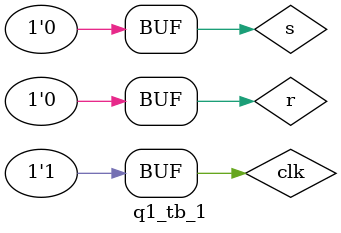
<source format=sv>
`timescale 1ns/1ns
module q1_tb_1();
    reg s=1'd0;
    reg r=1'd0;
    reg clk=1'd1;
    wire q,qb;
    q1_sr_latch_1 #(2,2) a1(s,r,clk,clk,q0,qb0);
    initial begin
        s=0; r=0;
        #50; s=0; r=0;
        #50; s=0; r=0;
        #50; s=0; r=1;
        #50; s=0; r=1;
        #50; s=1; r=0;
        #50; s=1; r=0;
        #50; s=0; r=0;
        #50; s=0; r=0;
        #50; s=1; r=1;
        #50; s=1; r=1;
        #50; s=0; r=0;
        #50; s=0; r=0;
        #50;
    end
endmodule
</source>
